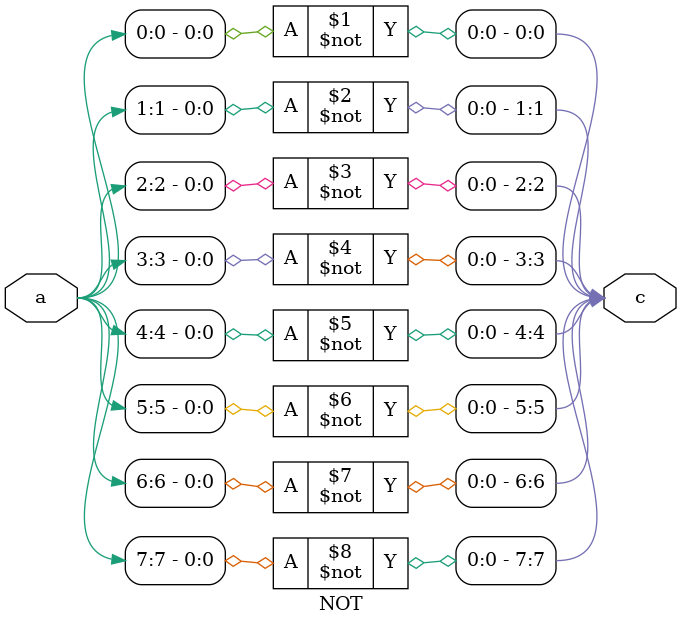
<source format=v>
`timescale 1ns / 1ps

module NOT(
input [7:0] a,
		output [7:0] c
    );
not a0(c[0],a[0]);
not a1(c[1],a[1]);
not a2(c[2],a[2]);
not a3(c[3],a[3]);
not a4(c[4],a[4]);
not a5(c[5],a[5]);
not a6(c[6],a[6]);
not a7(c[7],a[7]);
endmodule

</source>
